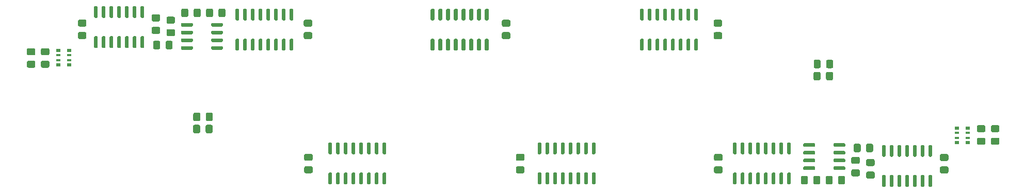
<source format=gbr>
G04 #@! TF.GenerationSoftware,KiCad,Pcbnew,5.1.6+dfsg1-1~bpo10+1*
G04 #@! TF.CreationDate,2020-08-18T06:39:38+03:00*
G04 #@! TF.ProjectId,beam_p,6265616d-5f70-42e6-9b69-6361645f7063,0.0.3*
G04 #@! TF.SameCoordinates,PX6a55ae0PY872eef0*
G04 #@! TF.FileFunction,Paste,Bot*
G04 #@! TF.FilePolarity,Positive*
%FSLAX46Y46*%
G04 Gerber Fmt 4.6, Leading zero omitted, Abs format (unit mm)*
G04 Created by KiCad (PCBNEW 5.1.6+dfsg1-1~bpo10+1) date 2020-08-18 06:39:38*
%MOMM*%
%LPD*%
G01*
G04 APERTURE LIST*
%ADD10R,0.800000X0.500000*%
%ADD11R,0.800000X0.400000*%
G04 APERTURE END LIST*
G36*
G01*
X30675000Y10799999D02*
X30675000Y11700001D01*
G75*
G02*
X30924999Y11950000I249999J0D01*
G01*
X31575001Y11950000D01*
G75*
G02*
X31825000Y11700001I0J-249999D01*
G01*
X31825000Y10799999D01*
G75*
G02*
X31575001Y10550000I-249999J0D01*
G01*
X30924999Y10550000D01*
G75*
G02*
X30675000Y10799999I0J249999D01*
G01*
G37*
G36*
G01*
X28625000Y10799999D02*
X28625000Y11700001D01*
G75*
G02*
X28874999Y11950000I249999J0D01*
G01*
X29525001Y11950000D01*
G75*
G02*
X29775000Y11700001I0J-249999D01*
G01*
X29775000Y10799999D01*
G75*
G02*
X29525001Y10550000I-249999J0D01*
G01*
X28874999Y10550000D01*
G75*
G02*
X28625000Y10799999I0J249999D01*
G01*
G37*
G36*
G01*
X29800000Y13700001D02*
X29800000Y12799999D01*
G75*
G02*
X29550001Y12550000I-249999J0D01*
G01*
X28899999Y12550000D01*
G75*
G02*
X28650000Y12799999I0J249999D01*
G01*
X28650000Y13700001D01*
G75*
G02*
X28899999Y13950000I249999J0D01*
G01*
X29550001Y13950000D01*
G75*
G02*
X29800000Y13700001I0J-249999D01*
G01*
G37*
G36*
G01*
X31850000Y13700001D02*
X31850000Y12799999D01*
G75*
G02*
X31600001Y12550000I-249999J0D01*
G01*
X30949999Y12550000D01*
G75*
G02*
X30700000Y12799999I0J249999D01*
G01*
X30700000Y13700001D01*
G75*
G02*
X30949999Y13950000I249999J0D01*
G01*
X31600001Y13950000D01*
G75*
G02*
X31850000Y13700001I0J-249999D01*
G01*
G37*
G36*
G01*
X139282959Y4247480D02*
X140182961Y4247480D01*
G75*
G02*
X140432960Y3997481I0J-249999D01*
G01*
X140432960Y3347479D01*
G75*
G02*
X140182961Y3097480I-249999J0D01*
G01*
X139282959Y3097480D01*
G75*
G02*
X139032960Y3347479I0J249999D01*
G01*
X139032960Y3997481D01*
G75*
G02*
X139282959Y4247480I249999J0D01*
G01*
G37*
G36*
G01*
X139282959Y6297480D02*
X140182961Y6297480D01*
G75*
G02*
X140432960Y6047481I0J-249999D01*
G01*
X140432960Y5397479D01*
G75*
G02*
X140182961Y5147480I-249999J0D01*
G01*
X139282959Y5147480D01*
G75*
G02*
X139032960Y5397479I0J249999D01*
G01*
X139032960Y6047481D01*
G75*
G02*
X139282959Y6297480I249999J0D01*
G01*
G37*
G36*
G01*
X133527320Y3290741D02*
X133527320Y2390739D01*
G75*
G02*
X133277321Y2140740I-249999J0D01*
G01*
X132627319Y2140740D01*
G75*
G02*
X132377320Y2390739I0J249999D01*
G01*
X132377320Y3290741D01*
G75*
G02*
X132627319Y3540740I249999J0D01*
G01*
X133277321Y3540740D01*
G75*
G02*
X133527320Y3290741I0J-249999D01*
G01*
G37*
G36*
G01*
X135577320Y3290741D02*
X135577320Y2390739D01*
G75*
G02*
X135327321Y2140740I-249999J0D01*
G01*
X134677319Y2140740D01*
G75*
G02*
X134427320Y2390739I0J249999D01*
G01*
X134427320Y3290741D01*
G75*
G02*
X134677319Y3540740I249999J0D01*
G01*
X135327321Y3540740D01*
G75*
G02*
X135577320Y3290741I0J-249999D01*
G01*
G37*
G36*
G01*
X137742021Y5518320D02*
X136842019Y5518320D01*
G75*
G02*
X136592020Y5768319I0J249999D01*
G01*
X136592020Y6418321D01*
G75*
G02*
X136842019Y6668320I249999J0D01*
G01*
X137742021Y6668320D01*
G75*
G02*
X137992020Y6418321I0J-249999D01*
G01*
X137992020Y5768319D01*
G75*
G02*
X137742021Y5518320I-249999J0D01*
G01*
G37*
G36*
G01*
X137742021Y3468320D02*
X136842019Y3468320D01*
G75*
G02*
X136592020Y3718319I0J249999D01*
G01*
X136592020Y4368321D01*
G75*
G02*
X136842019Y4618320I249999J0D01*
G01*
X137742021Y4618320D01*
G75*
G02*
X137992020Y4368321I0J-249999D01*
G01*
X137992020Y3718319D01*
G75*
G02*
X137742021Y3468320I-249999J0D01*
G01*
G37*
G36*
G01*
X160652821Y10722780D02*
X159752819Y10722780D01*
G75*
G02*
X159502820Y10972779I0J249999D01*
G01*
X159502820Y11622781D01*
G75*
G02*
X159752819Y11872780I249999J0D01*
G01*
X160652821Y11872780D01*
G75*
G02*
X160902820Y11622781I0J-249999D01*
G01*
X160902820Y10972779D01*
G75*
G02*
X160652821Y10722780I-249999J0D01*
G01*
G37*
G36*
G01*
X160652821Y8672780D02*
X159752819Y8672780D01*
G75*
G02*
X159502820Y8922779I0J249999D01*
G01*
X159502820Y9572781D01*
G75*
G02*
X159752819Y9822780I249999J0D01*
G01*
X160652821Y9822780D01*
G75*
G02*
X160902820Y9572781I0J-249999D01*
G01*
X160902820Y8922779D01*
G75*
G02*
X160652821Y8672780I-249999J0D01*
G01*
G37*
G36*
G01*
X158346501Y10716540D02*
X157446499Y10716540D01*
G75*
G02*
X157196500Y10966539I0J249999D01*
G01*
X157196500Y11616541D01*
G75*
G02*
X157446499Y11866540I249999J0D01*
G01*
X158346501Y11866540D01*
G75*
G02*
X158596500Y11616541I0J-249999D01*
G01*
X158596500Y10966539D01*
G75*
G02*
X158346501Y10716540I-249999J0D01*
G01*
G37*
G36*
G01*
X158346501Y8666540D02*
X157446499Y8666540D01*
G75*
G02*
X157196500Y8916539I0J249999D01*
G01*
X157196500Y9566541D01*
G75*
G02*
X157446499Y9816540I249999J0D01*
G01*
X158346501Y9816540D01*
G75*
G02*
X158596500Y9566541I0J-249999D01*
G01*
X158596500Y8916539D01*
G75*
G02*
X158346501Y8666540I-249999J0D01*
G01*
G37*
G36*
G01*
X139032340Y7681559D02*
X139032340Y8581561D01*
G75*
G02*
X139282339Y8831560I249999J0D01*
G01*
X139932341Y8831560D01*
G75*
G02*
X140182340Y8581561I0J-249999D01*
G01*
X140182340Y7681559D01*
G75*
G02*
X139932341Y7431560I-249999J0D01*
G01*
X139282339Y7431560D01*
G75*
G02*
X139032340Y7681559I0J249999D01*
G01*
G37*
G36*
G01*
X136982340Y7681559D02*
X136982340Y8581561D01*
G75*
G02*
X137232339Y8831560I249999J0D01*
G01*
X137882341Y8831560D01*
G75*
G02*
X138132340Y8581561I0J-249999D01*
G01*
X138132340Y7681559D01*
G75*
G02*
X137882341Y7431560I-249999J0D01*
G01*
X137232339Y7431560D01*
G75*
G02*
X136982340Y7681559I0J249999D01*
G01*
G37*
G36*
G01*
X114332539Y5116160D02*
X115232541Y5116160D01*
G75*
G02*
X115482540Y4866161I0J-249999D01*
G01*
X115482540Y4216159D01*
G75*
G02*
X115232541Y3966160I-249999J0D01*
G01*
X114332539Y3966160D01*
G75*
G02*
X114082540Y4216159I0J249999D01*
G01*
X114082540Y4866161D01*
G75*
G02*
X114332539Y5116160I249999J0D01*
G01*
G37*
G36*
G01*
X114332539Y7166160D02*
X115232541Y7166160D01*
G75*
G02*
X115482540Y6916161I0J-249999D01*
G01*
X115482540Y6266159D01*
G75*
G02*
X115232541Y6016160I-249999J0D01*
G01*
X114332539Y6016160D01*
G75*
G02*
X114082540Y6266159I0J249999D01*
G01*
X114082540Y6916161D01*
G75*
G02*
X114332539Y7166160I249999J0D01*
G01*
G37*
G36*
G01*
X81831719Y5116160D02*
X82731721Y5116160D01*
G75*
G02*
X82981720Y4866161I0J-249999D01*
G01*
X82981720Y4216159D01*
G75*
G02*
X82731721Y3966160I-249999J0D01*
G01*
X81831719Y3966160D01*
G75*
G02*
X81581720Y4216159I0J249999D01*
G01*
X81581720Y4866161D01*
G75*
G02*
X81831719Y5116160I249999J0D01*
G01*
G37*
G36*
G01*
X81831719Y7166160D02*
X82731721Y7166160D01*
G75*
G02*
X82981720Y6916161I0J-249999D01*
G01*
X82981720Y6266159D01*
G75*
G02*
X82731721Y6016160I-249999J0D01*
G01*
X81831719Y6016160D01*
G75*
G02*
X81581720Y6266159I0J249999D01*
G01*
X81581720Y6916161D01*
G75*
G02*
X81831719Y7166160I249999J0D01*
G01*
G37*
G36*
G01*
X152273361Y5988220D02*
X151373359Y5988220D01*
G75*
G02*
X151123360Y6238219I0J249999D01*
G01*
X151123360Y6888221D01*
G75*
G02*
X151373359Y7138220I249999J0D01*
G01*
X152273361Y7138220D01*
G75*
G02*
X152523360Y6888221I0J-249999D01*
G01*
X152523360Y6238219D01*
G75*
G02*
X152273361Y5988220I-249999J0D01*
G01*
G37*
G36*
G01*
X152273361Y3938220D02*
X151373359Y3938220D01*
G75*
G02*
X151123360Y4188219I0J249999D01*
G01*
X151123360Y4838221D01*
G75*
G02*
X151373359Y5088220I249999J0D01*
G01*
X152273361Y5088220D01*
G75*
G02*
X152523360Y4838221I0J-249999D01*
G01*
X152523360Y4188219D01*
G75*
G02*
X152273361Y3938220I-249999J0D01*
G01*
G37*
G36*
G01*
X47092139Y5116160D02*
X47992141Y5116160D01*
G75*
G02*
X48242140Y4866161I0J-249999D01*
G01*
X48242140Y4216159D01*
G75*
G02*
X47992141Y3966160I-249999J0D01*
G01*
X47092139Y3966160D01*
G75*
G02*
X46842140Y4216159I0J249999D01*
G01*
X46842140Y4866161D01*
G75*
G02*
X47092139Y5116160I249999J0D01*
G01*
G37*
G36*
G01*
X47092139Y7166160D02*
X47992141Y7166160D01*
G75*
G02*
X48242140Y6916161I0J-249999D01*
G01*
X48242140Y6266159D01*
G75*
G02*
X47992141Y6016160I-249999J0D01*
G01*
X47092139Y6016160D01*
G75*
G02*
X46842140Y6266159I0J249999D01*
G01*
X46842140Y6916161D01*
G75*
G02*
X47092139Y7166160I249999J0D01*
G01*
G37*
G36*
G01*
X129460780Y3290741D02*
X129460780Y2390739D01*
G75*
G02*
X129210781Y2140740I-249999J0D01*
G01*
X128560779Y2140740D01*
G75*
G02*
X128310780Y2390739I0J249999D01*
G01*
X128310780Y3290741D01*
G75*
G02*
X128560779Y3540740I249999J0D01*
G01*
X129210781Y3540740D01*
G75*
G02*
X129460780Y3290741I0J-249999D01*
G01*
G37*
G36*
G01*
X131510780Y3290741D02*
X131510780Y2390739D01*
G75*
G02*
X131260781Y2140740I-249999J0D01*
G01*
X130610779Y2140740D01*
G75*
G02*
X130360780Y2390739I0J249999D01*
G01*
X130360780Y3290741D01*
G75*
G02*
X130610779Y3540740I249999J0D01*
G01*
X131260781Y3540740D01*
G75*
G02*
X131510780Y3290741I0J-249999D01*
G01*
G37*
G36*
G01*
X85310780Y9046640D02*
X85610780Y9046640D01*
G75*
G02*
X85760780Y8896640I0J-150000D01*
G01*
X85760780Y7246640D01*
G75*
G02*
X85610780Y7096640I-150000J0D01*
G01*
X85310780Y7096640D01*
G75*
G02*
X85160780Y7246640I0J150000D01*
G01*
X85160780Y8896640D01*
G75*
G02*
X85310780Y9046640I150000J0D01*
G01*
G37*
G36*
G01*
X86580780Y9046640D02*
X86880780Y9046640D01*
G75*
G02*
X87030780Y8896640I0J-150000D01*
G01*
X87030780Y7246640D01*
G75*
G02*
X86880780Y7096640I-150000J0D01*
G01*
X86580780Y7096640D01*
G75*
G02*
X86430780Y7246640I0J150000D01*
G01*
X86430780Y8896640D01*
G75*
G02*
X86580780Y9046640I150000J0D01*
G01*
G37*
G36*
G01*
X87850780Y9046640D02*
X88150780Y9046640D01*
G75*
G02*
X88300780Y8896640I0J-150000D01*
G01*
X88300780Y7246640D01*
G75*
G02*
X88150780Y7096640I-150000J0D01*
G01*
X87850780Y7096640D01*
G75*
G02*
X87700780Y7246640I0J150000D01*
G01*
X87700780Y8896640D01*
G75*
G02*
X87850780Y9046640I150000J0D01*
G01*
G37*
G36*
G01*
X89120780Y9046640D02*
X89420780Y9046640D01*
G75*
G02*
X89570780Y8896640I0J-150000D01*
G01*
X89570780Y7246640D01*
G75*
G02*
X89420780Y7096640I-150000J0D01*
G01*
X89120780Y7096640D01*
G75*
G02*
X88970780Y7246640I0J150000D01*
G01*
X88970780Y8896640D01*
G75*
G02*
X89120780Y9046640I150000J0D01*
G01*
G37*
G36*
G01*
X90390780Y9046640D02*
X90690780Y9046640D01*
G75*
G02*
X90840780Y8896640I0J-150000D01*
G01*
X90840780Y7246640D01*
G75*
G02*
X90690780Y7096640I-150000J0D01*
G01*
X90390780Y7096640D01*
G75*
G02*
X90240780Y7246640I0J150000D01*
G01*
X90240780Y8896640D01*
G75*
G02*
X90390780Y9046640I150000J0D01*
G01*
G37*
G36*
G01*
X91660780Y9046640D02*
X91960780Y9046640D01*
G75*
G02*
X92110780Y8896640I0J-150000D01*
G01*
X92110780Y7246640D01*
G75*
G02*
X91960780Y7096640I-150000J0D01*
G01*
X91660780Y7096640D01*
G75*
G02*
X91510780Y7246640I0J150000D01*
G01*
X91510780Y8896640D01*
G75*
G02*
X91660780Y9046640I150000J0D01*
G01*
G37*
G36*
G01*
X92930780Y9046640D02*
X93230780Y9046640D01*
G75*
G02*
X93380780Y8896640I0J-150000D01*
G01*
X93380780Y7246640D01*
G75*
G02*
X93230780Y7096640I-150000J0D01*
G01*
X92930780Y7096640D01*
G75*
G02*
X92780780Y7246640I0J150000D01*
G01*
X92780780Y8896640D01*
G75*
G02*
X92930780Y9046640I150000J0D01*
G01*
G37*
G36*
G01*
X94200780Y9046640D02*
X94500780Y9046640D01*
G75*
G02*
X94650780Y8896640I0J-150000D01*
G01*
X94650780Y7246640D01*
G75*
G02*
X94500780Y7096640I-150000J0D01*
G01*
X94200780Y7096640D01*
G75*
G02*
X94050780Y7246640I0J150000D01*
G01*
X94050780Y8896640D01*
G75*
G02*
X94200780Y9046640I150000J0D01*
G01*
G37*
G36*
G01*
X94200780Y4096640D02*
X94500780Y4096640D01*
G75*
G02*
X94650780Y3946640I0J-150000D01*
G01*
X94650780Y2296640D01*
G75*
G02*
X94500780Y2146640I-150000J0D01*
G01*
X94200780Y2146640D01*
G75*
G02*
X94050780Y2296640I0J150000D01*
G01*
X94050780Y3946640D01*
G75*
G02*
X94200780Y4096640I150000J0D01*
G01*
G37*
G36*
G01*
X92930780Y4096640D02*
X93230780Y4096640D01*
G75*
G02*
X93380780Y3946640I0J-150000D01*
G01*
X93380780Y2296640D01*
G75*
G02*
X93230780Y2146640I-150000J0D01*
G01*
X92930780Y2146640D01*
G75*
G02*
X92780780Y2296640I0J150000D01*
G01*
X92780780Y3946640D01*
G75*
G02*
X92930780Y4096640I150000J0D01*
G01*
G37*
G36*
G01*
X91660780Y4096640D02*
X91960780Y4096640D01*
G75*
G02*
X92110780Y3946640I0J-150000D01*
G01*
X92110780Y2296640D01*
G75*
G02*
X91960780Y2146640I-150000J0D01*
G01*
X91660780Y2146640D01*
G75*
G02*
X91510780Y2296640I0J150000D01*
G01*
X91510780Y3946640D01*
G75*
G02*
X91660780Y4096640I150000J0D01*
G01*
G37*
G36*
G01*
X90390780Y4096640D02*
X90690780Y4096640D01*
G75*
G02*
X90840780Y3946640I0J-150000D01*
G01*
X90840780Y2296640D01*
G75*
G02*
X90690780Y2146640I-150000J0D01*
G01*
X90390780Y2146640D01*
G75*
G02*
X90240780Y2296640I0J150000D01*
G01*
X90240780Y3946640D01*
G75*
G02*
X90390780Y4096640I150000J0D01*
G01*
G37*
G36*
G01*
X89120780Y4096640D02*
X89420780Y4096640D01*
G75*
G02*
X89570780Y3946640I0J-150000D01*
G01*
X89570780Y2296640D01*
G75*
G02*
X89420780Y2146640I-150000J0D01*
G01*
X89120780Y2146640D01*
G75*
G02*
X88970780Y2296640I0J150000D01*
G01*
X88970780Y3946640D01*
G75*
G02*
X89120780Y4096640I150000J0D01*
G01*
G37*
G36*
G01*
X87850780Y4096640D02*
X88150780Y4096640D01*
G75*
G02*
X88300780Y3946640I0J-150000D01*
G01*
X88300780Y2296640D01*
G75*
G02*
X88150780Y2146640I-150000J0D01*
G01*
X87850780Y2146640D01*
G75*
G02*
X87700780Y2296640I0J150000D01*
G01*
X87700780Y3946640D01*
G75*
G02*
X87850780Y4096640I150000J0D01*
G01*
G37*
G36*
G01*
X86580780Y4096640D02*
X86880780Y4096640D01*
G75*
G02*
X87030780Y3946640I0J-150000D01*
G01*
X87030780Y2296640D01*
G75*
G02*
X86880780Y2146640I-150000J0D01*
G01*
X86580780Y2146640D01*
G75*
G02*
X86430780Y2296640I0J150000D01*
G01*
X86430780Y3946640D01*
G75*
G02*
X86580780Y4096640I150000J0D01*
G01*
G37*
G36*
G01*
X85310780Y4096640D02*
X85610780Y4096640D01*
G75*
G02*
X85760780Y3946640I0J-150000D01*
G01*
X85760780Y2296640D01*
G75*
G02*
X85610780Y2146640I-150000J0D01*
G01*
X85310780Y2146640D01*
G75*
G02*
X85160780Y2296640I0J150000D01*
G01*
X85160780Y3946640D01*
G75*
G02*
X85310780Y4096640I150000J0D01*
G01*
G37*
D10*
X153930720Y9011820D03*
D11*
X153930720Y9811820D03*
D10*
X153930720Y11411820D03*
D11*
X153930720Y10611820D03*
D10*
X155730720Y9011820D03*
D11*
X155730720Y10611820D03*
X155730720Y9811820D03*
D10*
X155730720Y11411820D03*
G36*
G01*
X133671380Y4651620D02*
X133671380Y4951620D01*
G75*
G02*
X133821380Y5101620I150000J0D01*
G01*
X135471380Y5101620D01*
G75*
G02*
X135621380Y4951620I0J-150000D01*
G01*
X135621380Y4651620D01*
G75*
G02*
X135471380Y4501620I-150000J0D01*
G01*
X133821380Y4501620D01*
G75*
G02*
X133671380Y4651620I0J150000D01*
G01*
G37*
G36*
G01*
X133671380Y5921620D02*
X133671380Y6221620D01*
G75*
G02*
X133821380Y6371620I150000J0D01*
G01*
X135471380Y6371620D01*
G75*
G02*
X135621380Y6221620I0J-150000D01*
G01*
X135621380Y5921620D01*
G75*
G02*
X135471380Y5771620I-150000J0D01*
G01*
X133821380Y5771620D01*
G75*
G02*
X133671380Y5921620I0J150000D01*
G01*
G37*
G36*
G01*
X133671380Y7191620D02*
X133671380Y7491620D01*
G75*
G02*
X133821380Y7641620I150000J0D01*
G01*
X135471380Y7641620D01*
G75*
G02*
X135621380Y7491620I0J-150000D01*
G01*
X135621380Y7191620D01*
G75*
G02*
X135471380Y7041620I-150000J0D01*
G01*
X133821380Y7041620D01*
G75*
G02*
X133671380Y7191620I0J150000D01*
G01*
G37*
G36*
G01*
X133671380Y8461620D02*
X133671380Y8761620D01*
G75*
G02*
X133821380Y8911620I150000J0D01*
G01*
X135471380Y8911620D01*
G75*
G02*
X135621380Y8761620I0J-150000D01*
G01*
X135621380Y8461620D01*
G75*
G02*
X135471380Y8311620I-150000J0D01*
G01*
X133821380Y8311620D01*
G75*
G02*
X133671380Y8461620I0J150000D01*
G01*
G37*
G36*
G01*
X128721380Y8461620D02*
X128721380Y8761620D01*
G75*
G02*
X128871380Y8911620I150000J0D01*
G01*
X130521380Y8911620D01*
G75*
G02*
X130671380Y8761620I0J-150000D01*
G01*
X130671380Y8461620D01*
G75*
G02*
X130521380Y8311620I-150000J0D01*
G01*
X128871380Y8311620D01*
G75*
G02*
X128721380Y8461620I0J150000D01*
G01*
G37*
G36*
G01*
X128721380Y7191620D02*
X128721380Y7491620D01*
G75*
G02*
X128871380Y7641620I150000J0D01*
G01*
X130521380Y7641620D01*
G75*
G02*
X130671380Y7491620I0J-150000D01*
G01*
X130671380Y7191620D01*
G75*
G02*
X130521380Y7041620I-150000J0D01*
G01*
X128871380Y7041620D01*
G75*
G02*
X128721380Y7191620I0J150000D01*
G01*
G37*
G36*
G01*
X128721380Y5921620D02*
X128721380Y6221620D01*
G75*
G02*
X128871380Y6371620I150000J0D01*
G01*
X130521380Y6371620D01*
G75*
G02*
X130671380Y6221620I0J-150000D01*
G01*
X130671380Y5921620D01*
G75*
G02*
X130521380Y5771620I-150000J0D01*
G01*
X128871380Y5771620D01*
G75*
G02*
X128721380Y5921620I0J150000D01*
G01*
G37*
G36*
G01*
X128721380Y4651620D02*
X128721380Y4951620D01*
G75*
G02*
X128871380Y5101620I150000J0D01*
G01*
X130521380Y5101620D01*
G75*
G02*
X130671380Y4951620I0J-150000D01*
G01*
X130671380Y4651620D01*
G75*
G02*
X130521380Y4501620I-150000J0D01*
G01*
X128871380Y4501620D01*
G75*
G02*
X128721380Y4651620I0J150000D01*
G01*
G37*
G36*
G01*
X117342720Y4096640D02*
X117642720Y4096640D01*
G75*
G02*
X117792720Y3946640I0J-150000D01*
G01*
X117792720Y2296640D01*
G75*
G02*
X117642720Y2146640I-150000J0D01*
G01*
X117342720Y2146640D01*
G75*
G02*
X117192720Y2296640I0J150000D01*
G01*
X117192720Y3946640D01*
G75*
G02*
X117342720Y4096640I150000J0D01*
G01*
G37*
G36*
G01*
X118612720Y4096640D02*
X118912720Y4096640D01*
G75*
G02*
X119062720Y3946640I0J-150000D01*
G01*
X119062720Y2296640D01*
G75*
G02*
X118912720Y2146640I-150000J0D01*
G01*
X118612720Y2146640D01*
G75*
G02*
X118462720Y2296640I0J150000D01*
G01*
X118462720Y3946640D01*
G75*
G02*
X118612720Y4096640I150000J0D01*
G01*
G37*
G36*
G01*
X119882720Y4096640D02*
X120182720Y4096640D01*
G75*
G02*
X120332720Y3946640I0J-150000D01*
G01*
X120332720Y2296640D01*
G75*
G02*
X120182720Y2146640I-150000J0D01*
G01*
X119882720Y2146640D01*
G75*
G02*
X119732720Y2296640I0J150000D01*
G01*
X119732720Y3946640D01*
G75*
G02*
X119882720Y4096640I150000J0D01*
G01*
G37*
G36*
G01*
X121152720Y4096640D02*
X121452720Y4096640D01*
G75*
G02*
X121602720Y3946640I0J-150000D01*
G01*
X121602720Y2296640D01*
G75*
G02*
X121452720Y2146640I-150000J0D01*
G01*
X121152720Y2146640D01*
G75*
G02*
X121002720Y2296640I0J150000D01*
G01*
X121002720Y3946640D01*
G75*
G02*
X121152720Y4096640I150000J0D01*
G01*
G37*
G36*
G01*
X122422720Y4096640D02*
X122722720Y4096640D01*
G75*
G02*
X122872720Y3946640I0J-150000D01*
G01*
X122872720Y2296640D01*
G75*
G02*
X122722720Y2146640I-150000J0D01*
G01*
X122422720Y2146640D01*
G75*
G02*
X122272720Y2296640I0J150000D01*
G01*
X122272720Y3946640D01*
G75*
G02*
X122422720Y4096640I150000J0D01*
G01*
G37*
G36*
G01*
X123692720Y4096640D02*
X123992720Y4096640D01*
G75*
G02*
X124142720Y3946640I0J-150000D01*
G01*
X124142720Y2296640D01*
G75*
G02*
X123992720Y2146640I-150000J0D01*
G01*
X123692720Y2146640D01*
G75*
G02*
X123542720Y2296640I0J150000D01*
G01*
X123542720Y3946640D01*
G75*
G02*
X123692720Y4096640I150000J0D01*
G01*
G37*
G36*
G01*
X124962720Y4096640D02*
X125262720Y4096640D01*
G75*
G02*
X125412720Y3946640I0J-150000D01*
G01*
X125412720Y2296640D01*
G75*
G02*
X125262720Y2146640I-150000J0D01*
G01*
X124962720Y2146640D01*
G75*
G02*
X124812720Y2296640I0J150000D01*
G01*
X124812720Y3946640D01*
G75*
G02*
X124962720Y4096640I150000J0D01*
G01*
G37*
G36*
G01*
X126232720Y4096640D02*
X126532720Y4096640D01*
G75*
G02*
X126682720Y3946640I0J-150000D01*
G01*
X126682720Y2296640D01*
G75*
G02*
X126532720Y2146640I-150000J0D01*
G01*
X126232720Y2146640D01*
G75*
G02*
X126082720Y2296640I0J150000D01*
G01*
X126082720Y3946640D01*
G75*
G02*
X126232720Y4096640I150000J0D01*
G01*
G37*
G36*
G01*
X126232720Y9046640D02*
X126532720Y9046640D01*
G75*
G02*
X126682720Y8896640I0J-150000D01*
G01*
X126682720Y7246640D01*
G75*
G02*
X126532720Y7096640I-150000J0D01*
G01*
X126232720Y7096640D01*
G75*
G02*
X126082720Y7246640I0J150000D01*
G01*
X126082720Y8896640D01*
G75*
G02*
X126232720Y9046640I150000J0D01*
G01*
G37*
G36*
G01*
X124962720Y9046640D02*
X125262720Y9046640D01*
G75*
G02*
X125412720Y8896640I0J-150000D01*
G01*
X125412720Y7246640D01*
G75*
G02*
X125262720Y7096640I-150000J0D01*
G01*
X124962720Y7096640D01*
G75*
G02*
X124812720Y7246640I0J150000D01*
G01*
X124812720Y8896640D01*
G75*
G02*
X124962720Y9046640I150000J0D01*
G01*
G37*
G36*
G01*
X123692720Y9046640D02*
X123992720Y9046640D01*
G75*
G02*
X124142720Y8896640I0J-150000D01*
G01*
X124142720Y7246640D01*
G75*
G02*
X123992720Y7096640I-150000J0D01*
G01*
X123692720Y7096640D01*
G75*
G02*
X123542720Y7246640I0J150000D01*
G01*
X123542720Y8896640D01*
G75*
G02*
X123692720Y9046640I150000J0D01*
G01*
G37*
G36*
G01*
X122422720Y9046640D02*
X122722720Y9046640D01*
G75*
G02*
X122872720Y8896640I0J-150000D01*
G01*
X122872720Y7246640D01*
G75*
G02*
X122722720Y7096640I-150000J0D01*
G01*
X122422720Y7096640D01*
G75*
G02*
X122272720Y7246640I0J150000D01*
G01*
X122272720Y8896640D01*
G75*
G02*
X122422720Y9046640I150000J0D01*
G01*
G37*
G36*
G01*
X121152720Y9046640D02*
X121452720Y9046640D01*
G75*
G02*
X121602720Y8896640I0J-150000D01*
G01*
X121602720Y7246640D01*
G75*
G02*
X121452720Y7096640I-150000J0D01*
G01*
X121152720Y7096640D01*
G75*
G02*
X121002720Y7246640I0J150000D01*
G01*
X121002720Y8896640D01*
G75*
G02*
X121152720Y9046640I150000J0D01*
G01*
G37*
G36*
G01*
X119882720Y9046640D02*
X120182720Y9046640D01*
G75*
G02*
X120332720Y8896640I0J-150000D01*
G01*
X120332720Y7246640D01*
G75*
G02*
X120182720Y7096640I-150000J0D01*
G01*
X119882720Y7096640D01*
G75*
G02*
X119732720Y7246640I0J150000D01*
G01*
X119732720Y8896640D01*
G75*
G02*
X119882720Y9046640I150000J0D01*
G01*
G37*
G36*
G01*
X118612720Y9046640D02*
X118912720Y9046640D01*
G75*
G02*
X119062720Y8896640I0J-150000D01*
G01*
X119062720Y7246640D01*
G75*
G02*
X118912720Y7096640I-150000J0D01*
G01*
X118612720Y7096640D01*
G75*
G02*
X118462720Y7246640I0J150000D01*
G01*
X118462720Y8896640D01*
G75*
G02*
X118612720Y9046640I150000J0D01*
G01*
G37*
G36*
G01*
X117342720Y9046640D02*
X117642720Y9046640D01*
G75*
G02*
X117792720Y8896640I0J-150000D01*
G01*
X117792720Y7246640D01*
G75*
G02*
X117642720Y7096640I-150000J0D01*
G01*
X117342720Y7096640D01*
G75*
G02*
X117192720Y7246640I0J150000D01*
G01*
X117192720Y8896640D01*
G75*
G02*
X117342720Y9046640I150000J0D01*
G01*
G37*
G36*
G01*
X141792760Y8630080D02*
X142092760Y8630080D01*
G75*
G02*
X142242760Y8480080I0J-150000D01*
G01*
X142242760Y6830080D01*
G75*
G02*
X142092760Y6680080I-150000J0D01*
G01*
X141792760Y6680080D01*
G75*
G02*
X141642760Y6830080I0J150000D01*
G01*
X141642760Y8480080D01*
G75*
G02*
X141792760Y8630080I150000J0D01*
G01*
G37*
G36*
G01*
X143062760Y8630080D02*
X143362760Y8630080D01*
G75*
G02*
X143512760Y8480080I0J-150000D01*
G01*
X143512760Y6830080D01*
G75*
G02*
X143362760Y6680080I-150000J0D01*
G01*
X143062760Y6680080D01*
G75*
G02*
X142912760Y6830080I0J150000D01*
G01*
X142912760Y8480080D01*
G75*
G02*
X143062760Y8630080I150000J0D01*
G01*
G37*
G36*
G01*
X144332760Y8630080D02*
X144632760Y8630080D01*
G75*
G02*
X144782760Y8480080I0J-150000D01*
G01*
X144782760Y6830080D01*
G75*
G02*
X144632760Y6680080I-150000J0D01*
G01*
X144332760Y6680080D01*
G75*
G02*
X144182760Y6830080I0J150000D01*
G01*
X144182760Y8480080D01*
G75*
G02*
X144332760Y8630080I150000J0D01*
G01*
G37*
G36*
G01*
X145602760Y8630080D02*
X145902760Y8630080D01*
G75*
G02*
X146052760Y8480080I0J-150000D01*
G01*
X146052760Y6830080D01*
G75*
G02*
X145902760Y6680080I-150000J0D01*
G01*
X145602760Y6680080D01*
G75*
G02*
X145452760Y6830080I0J150000D01*
G01*
X145452760Y8480080D01*
G75*
G02*
X145602760Y8630080I150000J0D01*
G01*
G37*
G36*
G01*
X146872760Y8630080D02*
X147172760Y8630080D01*
G75*
G02*
X147322760Y8480080I0J-150000D01*
G01*
X147322760Y6830080D01*
G75*
G02*
X147172760Y6680080I-150000J0D01*
G01*
X146872760Y6680080D01*
G75*
G02*
X146722760Y6830080I0J150000D01*
G01*
X146722760Y8480080D01*
G75*
G02*
X146872760Y8630080I150000J0D01*
G01*
G37*
G36*
G01*
X148142760Y8630080D02*
X148442760Y8630080D01*
G75*
G02*
X148592760Y8480080I0J-150000D01*
G01*
X148592760Y6830080D01*
G75*
G02*
X148442760Y6680080I-150000J0D01*
G01*
X148142760Y6680080D01*
G75*
G02*
X147992760Y6830080I0J150000D01*
G01*
X147992760Y8480080D01*
G75*
G02*
X148142760Y8630080I150000J0D01*
G01*
G37*
G36*
G01*
X149412760Y8630080D02*
X149712760Y8630080D01*
G75*
G02*
X149862760Y8480080I0J-150000D01*
G01*
X149862760Y6830080D01*
G75*
G02*
X149712760Y6680080I-150000J0D01*
G01*
X149412760Y6680080D01*
G75*
G02*
X149262760Y6830080I0J150000D01*
G01*
X149262760Y8480080D01*
G75*
G02*
X149412760Y8630080I150000J0D01*
G01*
G37*
G36*
G01*
X149412760Y3680080D02*
X149712760Y3680080D01*
G75*
G02*
X149862760Y3530080I0J-150000D01*
G01*
X149862760Y1880080D01*
G75*
G02*
X149712760Y1730080I-150000J0D01*
G01*
X149412760Y1730080D01*
G75*
G02*
X149262760Y1880080I0J150000D01*
G01*
X149262760Y3530080D01*
G75*
G02*
X149412760Y3680080I150000J0D01*
G01*
G37*
G36*
G01*
X148142760Y3680080D02*
X148442760Y3680080D01*
G75*
G02*
X148592760Y3530080I0J-150000D01*
G01*
X148592760Y1880080D01*
G75*
G02*
X148442760Y1730080I-150000J0D01*
G01*
X148142760Y1730080D01*
G75*
G02*
X147992760Y1880080I0J150000D01*
G01*
X147992760Y3530080D01*
G75*
G02*
X148142760Y3680080I150000J0D01*
G01*
G37*
G36*
G01*
X146872760Y3680080D02*
X147172760Y3680080D01*
G75*
G02*
X147322760Y3530080I0J-150000D01*
G01*
X147322760Y1880080D01*
G75*
G02*
X147172760Y1730080I-150000J0D01*
G01*
X146872760Y1730080D01*
G75*
G02*
X146722760Y1880080I0J150000D01*
G01*
X146722760Y3530080D01*
G75*
G02*
X146872760Y3680080I150000J0D01*
G01*
G37*
G36*
G01*
X145602760Y3680080D02*
X145902760Y3680080D01*
G75*
G02*
X146052760Y3530080I0J-150000D01*
G01*
X146052760Y1880080D01*
G75*
G02*
X145902760Y1730080I-150000J0D01*
G01*
X145602760Y1730080D01*
G75*
G02*
X145452760Y1880080I0J150000D01*
G01*
X145452760Y3530080D01*
G75*
G02*
X145602760Y3680080I150000J0D01*
G01*
G37*
G36*
G01*
X144332760Y3680080D02*
X144632760Y3680080D01*
G75*
G02*
X144782760Y3530080I0J-150000D01*
G01*
X144782760Y1880080D01*
G75*
G02*
X144632760Y1730080I-150000J0D01*
G01*
X144332760Y1730080D01*
G75*
G02*
X144182760Y1880080I0J150000D01*
G01*
X144182760Y3530080D01*
G75*
G02*
X144332760Y3680080I150000J0D01*
G01*
G37*
G36*
G01*
X143062760Y3680080D02*
X143362760Y3680080D01*
G75*
G02*
X143512760Y3530080I0J-150000D01*
G01*
X143512760Y1880080D01*
G75*
G02*
X143362760Y1730080I-150000J0D01*
G01*
X143062760Y1730080D01*
G75*
G02*
X142912760Y1880080I0J150000D01*
G01*
X142912760Y3530080D01*
G75*
G02*
X143062760Y3680080I150000J0D01*
G01*
G37*
G36*
G01*
X141792760Y3680080D02*
X142092760Y3680080D01*
G75*
G02*
X142242760Y3530080I0J-150000D01*
G01*
X142242760Y1880080D01*
G75*
G02*
X142092760Y1730080I-150000J0D01*
G01*
X141792760Y1730080D01*
G75*
G02*
X141642760Y1880080I0J150000D01*
G01*
X141642760Y3530080D01*
G75*
G02*
X141792760Y3680080I150000J0D01*
G01*
G37*
G36*
G01*
X50964900Y4096640D02*
X51264900Y4096640D01*
G75*
G02*
X51414900Y3946640I0J-150000D01*
G01*
X51414900Y2296640D01*
G75*
G02*
X51264900Y2146640I-150000J0D01*
G01*
X50964900Y2146640D01*
G75*
G02*
X50814900Y2296640I0J150000D01*
G01*
X50814900Y3946640D01*
G75*
G02*
X50964900Y4096640I150000J0D01*
G01*
G37*
G36*
G01*
X52234900Y4096640D02*
X52534900Y4096640D01*
G75*
G02*
X52684900Y3946640I0J-150000D01*
G01*
X52684900Y2296640D01*
G75*
G02*
X52534900Y2146640I-150000J0D01*
G01*
X52234900Y2146640D01*
G75*
G02*
X52084900Y2296640I0J150000D01*
G01*
X52084900Y3946640D01*
G75*
G02*
X52234900Y4096640I150000J0D01*
G01*
G37*
G36*
G01*
X53504900Y4096640D02*
X53804900Y4096640D01*
G75*
G02*
X53954900Y3946640I0J-150000D01*
G01*
X53954900Y2296640D01*
G75*
G02*
X53804900Y2146640I-150000J0D01*
G01*
X53504900Y2146640D01*
G75*
G02*
X53354900Y2296640I0J150000D01*
G01*
X53354900Y3946640D01*
G75*
G02*
X53504900Y4096640I150000J0D01*
G01*
G37*
G36*
G01*
X54774900Y4096640D02*
X55074900Y4096640D01*
G75*
G02*
X55224900Y3946640I0J-150000D01*
G01*
X55224900Y2296640D01*
G75*
G02*
X55074900Y2146640I-150000J0D01*
G01*
X54774900Y2146640D01*
G75*
G02*
X54624900Y2296640I0J150000D01*
G01*
X54624900Y3946640D01*
G75*
G02*
X54774900Y4096640I150000J0D01*
G01*
G37*
G36*
G01*
X56044900Y4096640D02*
X56344900Y4096640D01*
G75*
G02*
X56494900Y3946640I0J-150000D01*
G01*
X56494900Y2296640D01*
G75*
G02*
X56344900Y2146640I-150000J0D01*
G01*
X56044900Y2146640D01*
G75*
G02*
X55894900Y2296640I0J150000D01*
G01*
X55894900Y3946640D01*
G75*
G02*
X56044900Y4096640I150000J0D01*
G01*
G37*
G36*
G01*
X57314900Y4096640D02*
X57614900Y4096640D01*
G75*
G02*
X57764900Y3946640I0J-150000D01*
G01*
X57764900Y2296640D01*
G75*
G02*
X57614900Y2146640I-150000J0D01*
G01*
X57314900Y2146640D01*
G75*
G02*
X57164900Y2296640I0J150000D01*
G01*
X57164900Y3946640D01*
G75*
G02*
X57314900Y4096640I150000J0D01*
G01*
G37*
G36*
G01*
X58584900Y4096640D02*
X58884900Y4096640D01*
G75*
G02*
X59034900Y3946640I0J-150000D01*
G01*
X59034900Y2296640D01*
G75*
G02*
X58884900Y2146640I-150000J0D01*
G01*
X58584900Y2146640D01*
G75*
G02*
X58434900Y2296640I0J150000D01*
G01*
X58434900Y3946640D01*
G75*
G02*
X58584900Y4096640I150000J0D01*
G01*
G37*
G36*
G01*
X59854900Y4096640D02*
X60154900Y4096640D01*
G75*
G02*
X60304900Y3946640I0J-150000D01*
G01*
X60304900Y2296640D01*
G75*
G02*
X60154900Y2146640I-150000J0D01*
G01*
X59854900Y2146640D01*
G75*
G02*
X59704900Y2296640I0J150000D01*
G01*
X59704900Y3946640D01*
G75*
G02*
X59854900Y4096640I150000J0D01*
G01*
G37*
G36*
G01*
X59854900Y9046640D02*
X60154900Y9046640D01*
G75*
G02*
X60304900Y8896640I0J-150000D01*
G01*
X60304900Y7246640D01*
G75*
G02*
X60154900Y7096640I-150000J0D01*
G01*
X59854900Y7096640D01*
G75*
G02*
X59704900Y7246640I0J150000D01*
G01*
X59704900Y8896640D01*
G75*
G02*
X59854900Y9046640I150000J0D01*
G01*
G37*
G36*
G01*
X58584900Y9046640D02*
X58884900Y9046640D01*
G75*
G02*
X59034900Y8896640I0J-150000D01*
G01*
X59034900Y7246640D01*
G75*
G02*
X58884900Y7096640I-150000J0D01*
G01*
X58584900Y7096640D01*
G75*
G02*
X58434900Y7246640I0J150000D01*
G01*
X58434900Y8896640D01*
G75*
G02*
X58584900Y9046640I150000J0D01*
G01*
G37*
G36*
G01*
X57314900Y9046640D02*
X57614900Y9046640D01*
G75*
G02*
X57764900Y8896640I0J-150000D01*
G01*
X57764900Y7246640D01*
G75*
G02*
X57614900Y7096640I-150000J0D01*
G01*
X57314900Y7096640D01*
G75*
G02*
X57164900Y7246640I0J150000D01*
G01*
X57164900Y8896640D01*
G75*
G02*
X57314900Y9046640I150000J0D01*
G01*
G37*
G36*
G01*
X56044900Y9046640D02*
X56344900Y9046640D01*
G75*
G02*
X56494900Y8896640I0J-150000D01*
G01*
X56494900Y7246640D01*
G75*
G02*
X56344900Y7096640I-150000J0D01*
G01*
X56044900Y7096640D01*
G75*
G02*
X55894900Y7246640I0J150000D01*
G01*
X55894900Y8896640D01*
G75*
G02*
X56044900Y9046640I150000J0D01*
G01*
G37*
G36*
G01*
X54774900Y9046640D02*
X55074900Y9046640D01*
G75*
G02*
X55224900Y8896640I0J-150000D01*
G01*
X55224900Y7246640D01*
G75*
G02*
X55074900Y7096640I-150000J0D01*
G01*
X54774900Y7096640D01*
G75*
G02*
X54624900Y7246640I0J150000D01*
G01*
X54624900Y8896640D01*
G75*
G02*
X54774900Y9046640I150000J0D01*
G01*
G37*
G36*
G01*
X53504900Y9046640D02*
X53804900Y9046640D01*
G75*
G02*
X53954900Y8896640I0J-150000D01*
G01*
X53954900Y7246640D01*
G75*
G02*
X53804900Y7096640I-150000J0D01*
G01*
X53504900Y7096640D01*
G75*
G02*
X53354900Y7246640I0J150000D01*
G01*
X53354900Y8896640D01*
G75*
G02*
X53504900Y9046640I150000J0D01*
G01*
G37*
G36*
G01*
X52234900Y9046640D02*
X52534900Y9046640D01*
G75*
G02*
X52684900Y8896640I0J-150000D01*
G01*
X52684900Y7246640D01*
G75*
G02*
X52534900Y7096640I-150000J0D01*
G01*
X52234900Y7096640D01*
G75*
G02*
X52084900Y7246640I0J150000D01*
G01*
X52084900Y8896640D01*
G75*
G02*
X52234900Y9046640I150000J0D01*
G01*
G37*
G36*
G01*
X50964900Y9046640D02*
X51264900Y9046640D01*
G75*
G02*
X51414900Y8896640I0J-150000D01*
G01*
X51414900Y7246640D01*
G75*
G02*
X51264900Y7096640I-150000J0D01*
G01*
X50964900Y7096640D01*
G75*
G02*
X50814900Y7246640I0J150000D01*
G01*
X50814900Y8896640D01*
G75*
G02*
X50964900Y9046640I150000J0D01*
G01*
G37*
G36*
G01*
X131575000Y22400001D02*
X131575000Y21499999D01*
G75*
G02*
X131325001Y21250000I-249999J0D01*
G01*
X130674999Y21250000D01*
G75*
G02*
X130425000Y21499999I0J249999D01*
G01*
X130425000Y22400001D01*
G75*
G02*
X130674999Y22650000I249999J0D01*
G01*
X131325001Y22650000D01*
G75*
G02*
X131575000Y22400001I0J-249999D01*
G01*
G37*
G36*
G01*
X133625000Y22400001D02*
X133625000Y21499999D01*
G75*
G02*
X133375001Y21250000I-249999J0D01*
G01*
X132724999Y21250000D01*
G75*
G02*
X132475000Y21499999I0J249999D01*
G01*
X132475000Y22400001D01*
G75*
G02*
X132724999Y22650000I249999J0D01*
G01*
X133375001Y22650000D01*
G75*
G02*
X133625000Y22400001I0J-249999D01*
G01*
G37*
G36*
G01*
X132450000Y19499999D02*
X132450000Y20400001D01*
G75*
G02*
X132699999Y20650000I249999J0D01*
G01*
X133350001Y20650000D01*
G75*
G02*
X133600000Y20400001I0J-249999D01*
G01*
X133600000Y19499999D01*
G75*
G02*
X133350001Y19250000I-249999J0D01*
G01*
X132699999Y19250000D01*
G75*
G02*
X132450000Y19499999I0J249999D01*
G01*
G37*
G36*
G01*
X130400000Y19499999D02*
X130400000Y20400001D01*
G75*
G02*
X130649999Y20650000I249999J0D01*
G01*
X131300001Y20650000D01*
G75*
G02*
X131550000Y20400001I0J-249999D01*
G01*
X131550000Y19499999D01*
G75*
G02*
X131300001Y19250000I-249999J0D01*
G01*
X130649999Y19250000D01*
G75*
G02*
X130400000Y19499999I0J249999D01*
G01*
G37*
G36*
G01*
X22967041Y28952520D02*
X22067039Y28952520D01*
G75*
G02*
X21817040Y29202519I0J249999D01*
G01*
X21817040Y29852521D01*
G75*
G02*
X22067039Y30102520I249999J0D01*
G01*
X22967041Y30102520D01*
G75*
G02*
X23217040Y29852521I0J-249999D01*
G01*
X23217040Y29202519D01*
G75*
G02*
X22967041Y28952520I-249999J0D01*
G01*
G37*
G36*
G01*
X22967041Y26902520D02*
X22067039Y26902520D01*
G75*
G02*
X21817040Y27152519I0J249999D01*
G01*
X21817040Y27802521D01*
G75*
G02*
X22067039Y28052520I249999J0D01*
G01*
X22967041Y28052520D01*
G75*
G02*
X23217040Y27802521I0J-249999D01*
G01*
X23217040Y27152519D01*
G75*
G02*
X22967041Y26902520I-249999J0D01*
G01*
G37*
G36*
G01*
X28722680Y29909259D02*
X28722680Y30809261D01*
G75*
G02*
X28972679Y31059260I249999J0D01*
G01*
X29622681Y31059260D01*
G75*
G02*
X29872680Y30809261I0J-249999D01*
G01*
X29872680Y29909259D01*
G75*
G02*
X29622681Y29659260I-249999J0D01*
G01*
X28972679Y29659260D01*
G75*
G02*
X28722680Y29909259I0J249999D01*
G01*
G37*
G36*
G01*
X26672680Y29909259D02*
X26672680Y30809261D01*
G75*
G02*
X26922679Y31059260I249999J0D01*
G01*
X27572681Y31059260D01*
G75*
G02*
X27822680Y30809261I0J-249999D01*
G01*
X27822680Y29909259D01*
G75*
G02*
X27572681Y29659260I-249999J0D01*
G01*
X26922679Y29659260D01*
G75*
G02*
X26672680Y29909259I0J249999D01*
G01*
G37*
G36*
G01*
X24507979Y27681680D02*
X25407981Y27681680D01*
G75*
G02*
X25657980Y27431681I0J-249999D01*
G01*
X25657980Y26781679D01*
G75*
G02*
X25407981Y26531680I-249999J0D01*
G01*
X24507979Y26531680D01*
G75*
G02*
X24257980Y26781679I0J249999D01*
G01*
X24257980Y27431681D01*
G75*
G02*
X24507979Y27681680I249999J0D01*
G01*
G37*
G36*
G01*
X24507979Y29731680D02*
X25407981Y29731680D01*
G75*
G02*
X25657980Y29481681I0J-249999D01*
G01*
X25657980Y28831679D01*
G75*
G02*
X25407981Y28581680I-249999J0D01*
G01*
X24507979Y28581680D01*
G75*
G02*
X24257980Y28831679I0J249999D01*
G01*
X24257980Y29481681D01*
G75*
G02*
X24507979Y29731680I249999J0D01*
G01*
G37*
G36*
G01*
X1597179Y22477220D02*
X2497181Y22477220D01*
G75*
G02*
X2747180Y22227221I0J-249999D01*
G01*
X2747180Y21577219D01*
G75*
G02*
X2497181Y21327220I-249999J0D01*
G01*
X1597179Y21327220D01*
G75*
G02*
X1347180Y21577219I0J249999D01*
G01*
X1347180Y22227221D01*
G75*
G02*
X1597179Y22477220I249999J0D01*
G01*
G37*
G36*
G01*
X1597179Y24527220D02*
X2497181Y24527220D01*
G75*
G02*
X2747180Y24277221I0J-249999D01*
G01*
X2747180Y23627219D01*
G75*
G02*
X2497181Y23377220I-249999J0D01*
G01*
X1597179Y23377220D01*
G75*
G02*
X1347180Y23627219I0J249999D01*
G01*
X1347180Y24277221D01*
G75*
G02*
X1597179Y24527220I249999J0D01*
G01*
G37*
G36*
G01*
X3903499Y22483460D02*
X4803501Y22483460D01*
G75*
G02*
X5053500Y22233461I0J-249999D01*
G01*
X5053500Y21583459D01*
G75*
G02*
X4803501Y21333460I-249999J0D01*
G01*
X3903499Y21333460D01*
G75*
G02*
X3653500Y21583459I0J249999D01*
G01*
X3653500Y22233461D01*
G75*
G02*
X3903499Y22483460I249999J0D01*
G01*
G37*
G36*
G01*
X3903499Y24533460D02*
X4803501Y24533460D01*
G75*
G02*
X5053500Y24283461I0J-249999D01*
G01*
X5053500Y23633459D01*
G75*
G02*
X4803501Y23383460I-249999J0D01*
G01*
X3903499Y23383460D01*
G75*
G02*
X3653500Y23633459I0J249999D01*
G01*
X3653500Y24283461D01*
G75*
G02*
X3903499Y24533460I249999J0D01*
G01*
G37*
G36*
G01*
X23217660Y25518441D02*
X23217660Y24618439D01*
G75*
G02*
X22967661Y24368440I-249999J0D01*
G01*
X22317659Y24368440D01*
G75*
G02*
X22067660Y24618439I0J249999D01*
G01*
X22067660Y25518441D01*
G75*
G02*
X22317659Y25768440I249999J0D01*
G01*
X22967661Y25768440D01*
G75*
G02*
X23217660Y25518441I0J-249999D01*
G01*
G37*
G36*
G01*
X25267660Y25518441D02*
X25267660Y24618439D01*
G75*
G02*
X25017661Y24368440I-249999J0D01*
G01*
X24367659Y24368440D01*
G75*
G02*
X24117660Y24618439I0J249999D01*
G01*
X24117660Y25518441D01*
G75*
G02*
X24367659Y25768440I249999J0D01*
G01*
X25017661Y25768440D01*
G75*
G02*
X25267660Y25518441I0J-249999D01*
G01*
G37*
G36*
G01*
X47917461Y28083840D02*
X47017459Y28083840D01*
G75*
G02*
X46767460Y28333839I0J249999D01*
G01*
X46767460Y28983841D01*
G75*
G02*
X47017459Y29233840I249999J0D01*
G01*
X47917461Y29233840D01*
G75*
G02*
X48167460Y28983841I0J-249999D01*
G01*
X48167460Y28333839D01*
G75*
G02*
X47917461Y28083840I-249999J0D01*
G01*
G37*
G36*
G01*
X47917461Y26033840D02*
X47017459Y26033840D01*
G75*
G02*
X46767460Y26283839I0J249999D01*
G01*
X46767460Y26933841D01*
G75*
G02*
X47017459Y27183840I249999J0D01*
G01*
X47917461Y27183840D01*
G75*
G02*
X48167460Y26933841I0J-249999D01*
G01*
X48167460Y26283839D01*
G75*
G02*
X47917461Y26033840I-249999J0D01*
G01*
G37*
G36*
G01*
X80418281Y28083840D02*
X79518279Y28083840D01*
G75*
G02*
X79268280Y28333839I0J249999D01*
G01*
X79268280Y28983841D01*
G75*
G02*
X79518279Y29233840I249999J0D01*
G01*
X80418281Y29233840D01*
G75*
G02*
X80668280Y28983841I0J-249999D01*
G01*
X80668280Y28333839D01*
G75*
G02*
X80418281Y28083840I-249999J0D01*
G01*
G37*
G36*
G01*
X80418281Y26033840D02*
X79518279Y26033840D01*
G75*
G02*
X79268280Y26283839I0J249999D01*
G01*
X79268280Y26933841D01*
G75*
G02*
X79518279Y27183840I249999J0D01*
G01*
X80418281Y27183840D01*
G75*
G02*
X80668280Y26933841I0J-249999D01*
G01*
X80668280Y26283839D01*
G75*
G02*
X80418281Y26033840I-249999J0D01*
G01*
G37*
G36*
G01*
X9976639Y27211780D02*
X10876641Y27211780D01*
G75*
G02*
X11126640Y26961781I0J-249999D01*
G01*
X11126640Y26311779D01*
G75*
G02*
X10876641Y26061780I-249999J0D01*
G01*
X9976639Y26061780D01*
G75*
G02*
X9726640Y26311779I0J249999D01*
G01*
X9726640Y26961781D01*
G75*
G02*
X9976639Y27211780I249999J0D01*
G01*
G37*
G36*
G01*
X9976639Y29261780D02*
X10876641Y29261780D01*
G75*
G02*
X11126640Y29011781I0J-249999D01*
G01*
X11126640Y28361779D01*
G75*
G02*
X10876641Y28111780I-249999J0D01*
G01*
X9976639Y28111780D01*
G75*
G02*
X9726640Y28361779I0J249999D01*
G01*
X9726640Y29011781D01*
G75*
G02*
X9976639Y29261780I249999J0D01*
G01*
G37*
G36*
G01*
X115157861Y28083840D02*
X114257859Y28083840D01*
G75*
G02*
X114007860Y28333839I0J249999D01*
G01*
X114007860Y28983841D01*
G75*
G02*
X114257859Y29233840I249999J0D01*
G01*
X115157861Y29233840D01*
G75*
G02*
X115407860Y28983841I0J-249999D01*
G01*
X115407860Y28333839D01*
G75*
G02*
X115157861Y28083840I-249999J0D01*
G01*
G37*
G36*
G01*
X115157861Y26033840D02*
X114257859Y26033840D01*
G75*
G02*
X114007860Y26283839I0J249999D01*
G01*
X114007860Y26933841D01*
G75*
G02*
X114257859Y27183840I249999J0D01*
G01*
X115157861Y27183840D01*
G75*
G02*
X115407860Y26933841I0J-249999D01*
G01*
X115407860Y26283839D01*
G75*
G02*
X115157861Y26033840I-249999J0D01*
G01*
G37*
G36*
G01*
X32789220Y29909259D02*
X32789220Y30809261D01*
G75*
G02*
X33039219Y31059260I249999J0D01*
G01*
X33689221Y31059260D01*
G75*
G02*
X33939220Y30809261I0J-249999D01*
G01*
X33939220Y29909259D01*
G75*
G02*
X33689221Y29659260I-249999J0D01*
G01*
X33039219Y29659260D01*
G75*
G02*
X32789220Y29909259I0J249999D01*
G01*
G37*
G36*
G01*
X30739220Y29909259D02*
X30739220Y30809261D01*
G75*
G02*
X30989219Y31059260I249999J0D01*
G01*
X31639221Y31059260D01*
G75*
G02*
X31889220Y30809261I0J-249999D01*
G01*
X31889220Y29909259D01*
G75*
G02*
X31639221Y29659260I-249999J0D01*
G01*
X30989219Y29659260D01*
G75*
G02*
X30739220Y29909259I0J249999D01*
G01*
G37*
G36*
G01*
X76939220Y24153360D02*
X76639220Y24153360D01*
G75*
G02*
X76489220Y24303360I0J150000D01*
G01*
X76489220Y25953360D01*
G75*
G02*
X76639220Y26103360I150000J0D01*
G01*
X76939220Y26103360D01*
G75*
G02*
X77089220Y25953360I0J-150000D01*
G01*
X77089220Y24303360D01*
G75*
G02*
X76939220Y24153360I-150000J0D01*
G01*
G37*
G36*
G01*
X75669220Y24153360D02*
X75369220Y24153360D01*
G75*
G02*
X75219220Y24303360I0J150000D01*
G01*
X75219220Y25953360D01*
G75*
G02*
X75369220Y26103360I150000J0D01*
G01*
X75669220Y26103360D01*
G75*
G02*
X75819220Y25953360I0J-150000D01*
G01*
X75819220Y24303360D01*
G75*
G02*
X75669220Y24153360I-150000J0D01*
G01*
G37*
G36*
G01*
X74399220Y24153360D02*
X74099220Y24153360D01*
G75*
G02*
X73949220Y24303360I0J150000D01*
G01*
X73949220Y25953360D01*
G75*
G02*
X74099220Y26103360I150000J0D01*
G01*
X74399220Y26103360D01*
G75*
G02*
X74549220Y25953360I0J-150000D01*
G01*
X74549220Y24303360D01*
G75*
G02*
X74399220Y24153360I-150000J0D01*
G01*
G37*
G36*
G01*
X73129220Y24153360D02*
X72829220Y24153360D01*
G75*
G02*
X72679220Y24303360I0J150000D01*
G01*
X72679220Y25953360D01*
G75*
G02*
X72829220Y26103360I150000J0D01*
G01*
X73129220Y26103360D01*
G75*
G02*
X73279220Y25953360I0J-150000D01*
G01*
X73279220Y24303360D01*
G75*
G02*
X73129220Y24153360I-150000J0D01*
G01*
G37*
G36*
G01*
X71859220Y24153360D02*
X71559220Y24153360D01*
G75*
G02*
X71409220Y24303360I0J150000D01*
G01*
X71409220Y25953360D01*
G75*
G02*
X71559220Y26103360I150000J0D01*
G01*
X71859220Y26103360D01*
G75*
G02*
X72009220Y25953360I0J-150000D01*
G01*
X72009220Y24303360D01*
G75*
G02*
X71859220Y24153360I-150000J0D01*
G01*
G37*
G36*
G01*
X70589220Y24153360D02*
X70289220Y24153360D01*
G75*
G02*
X70139220Y24303360I0J150000D01*
G01*
X70139220Y25953360D01*
G75*
G02*
X70289220Y26103360I150000J0D01*
G01*
X70589220Y26103360D01*
G75*
G02*
X70739220Y25953360I0J-150000D01*
G01*
X70739220Y24303360D01*
G75*
G02*
X70589220Y24153360I-150000J0D01*
G01*
G37*
G36*
G01*
X69319220Y24153360D02*
X69019220Y24153360D01*
G75*
G02*
X68869220Y24303360I0J150000D01*
G01*
X68869220Y25953360D01*
G75*
G02*
X69019220Y26103360I150000J0D01*
G01*
X69319220Y26103360D01*
G75*
G02*
X69469220Y25953360I0J-150000D01*
G01*
X69469220Y24303360D01*
G75*
G02*
X69319220Y24153360I-150000J0D01*
G01*
G37*
G36*
G01*
X68049220Y24153360D02*
X67749220Y24153360D01*
G75*
G02*
X67599220Y24303360I0J150000D01*
G01*
X67599220Y25953360D01*
G75*
G02*
X67749220Y26103360I150000J0D01*
G01*
X68049220Y26103360D01*
G75*
G02*
X68199220Y25953360I0J-150000D01*
G01*
X68199220Y24303360D01*
G75*
G02*
X68049220Y24153360I-150000J0D01*
G01*
G37*
G36*
G01*
X68049220Y29103360D02*
X67749220Y29103360D01*
G75*
G02*
X67599220Y29253360I0J150000D01*
G01*
X67599220Y30903360D01*
G75*
G02*
X67749220Y31053360I150000J0D01*
G01*
X68049220Y31053360D01*
G75*
G02*
X68199220Y30903360I0J-150000D01*
G01*
X68199220Y29253360D01*
G75*
G02*
X68049220Y29103360I-150000J0D01*
G01*
G37*
G36*
G01*
X69319220Y29103360D02*
X69019220Y29103360D01*
G75*
G02*
X68869220Y29253360I0J150000D01*
G01*
X68869220Y30903360D01*
G75*
G02*
X69019220Y31053360I150000J0D01*
G01*
X69319220Y31053360D01*
G75*
G02*
X69469220Y30903360I0J-150000D01*
G01*
X69469220Y29253360D01*
G75*
G02*
X69319220Y29103360I-150000J0D01*
G01*
G37*
G36*
G01*
X70589220Y29103360D02*
X70289220Y29103360D01*
G75*
G02*
X70139220Y29253360I0J150000D01*
G01*
X70139220Y30903360D01*
G75*
G02*
X70289220Y31053360I150000J0D01*
G01*
X70589220Y31053360D01*
G75*
G02*
X70739220Y30903360I0J-150000D01*
G01*
X70739220Y29253360D01*
G75*
G02*
X70589220Y29103360I-150000J0D01*
G01*
G37*
G36*
G01*
X71859220Y29103360D02*
X71559220Y29103360D01*
G75*
G02*
X71409220Y29253360I0J150000D01*
G01*
X71409220Y30903360D01*
G75*
G02*
X71559220Y31053360I150000J0D01*
G01*
X71859220Y31053360D01*
G75*
G02*
X72009220Y30903360I0J-150000D01*
G01*
X72009220Y29253360D01*
G75*
G02*
X71859220Y29103360I-150000J0D01*
G01*
G37*
G36*
G01*
X73129220Y29103360D02*
X72829220Y29103360D01*
G75*
G02*
X72679220Y29253360I0J150000D01*
G01*
X72679220Y30903360D01*
G75*
G02*
X72829220Y31053360I150000J0D01*
G01*
X73129220Y31053360D01*
G75*
G02*
X73279220Y30903360I0J-150000D01*
G01*
X73279220Y29253360D01*
G75*
G02*
X73129220Y29103360I-150000J0D01*
G01*
G37*
G36*
G01*
X74399220Y29103360D02*
X74099220Y29103360D01*
G75*
G02*
X73949220Y29253360I0J150000D01*
G01*
X73949220Y30903360D01*
G75*
G02*
X74099220Y31053360I150000J0D01*
G01*
X74399220Y31053360D01*
G75*
G02*
X74549220Y30903360I0J-150000D01*
G01*
X74549220Y29253360D01*
G75*
G02*
X74399220Y29103360I-150000J0D01*
G01*
G37*
G36*
G01*
X75669220Y29103360D02*
X75369220Y29103360D01*
G75*
G02*
X75219220Y29253360I0J150000D01*
G01*
X75219220Y30903360D01*
G75*
G02*
X75369220Y31053360I150000J0D01*
G01*
X75669220Y31053360D01*
G75*
G02*
X75819220Y30903360I0J-150000D01*
G01*
X75819220Y29253360D01*
G75*
G02*
X75669220Y29103360I-150000J0D01*
G01*
G37*
G36*
G01*
X76939220Y29103360D02*
X76639220Y29103360D01*
G75*
G02*
X76489220Y29253360I0J150000D01*
G01*
X76489220Y30903360D01*
G75*
G02*
X76639220Y31053360I150000J0D01*
G01*
X76939220Y31053360D01*
G75*
G02*
X77089220Y30903360I0J-150000D01*
G01*
X77089220Y29253360D01*
G75*
G02*
X76939220Y29103360I-150000J0D01*
G01*
G37*
X8319280Y24188180D03*
D11*
X8319280Y23388180D03*
D10*
X8319280Y21788180D03*
D11*
X8319280Y22588180D03*
D10*
X6519280Y24188180D03*
D11*
X6519280Y22588180D03*
X6519280Y23388180D03*
D10*
X6519280Y21788180D03*
G36*
G01*
X28578620Y28548380D02*
X28578620Y28248380D01*
G75*
G02*
X28428620Y28098380I-150000J0D01*
G01*
X26778620Y28098380D01*
G75*
G02*
X26628620Y28248380I0J150000D01*
G01*
X26628620Y28548380D01*
G75*
G02*
X26778620Y28698380I150000J0D01*
G01*
X28428620Y28698380D01*
G75*
G02*
X28578620Y28548380I0J-150000D01*
G01*
G37*
G36*
G01*
X28578620Y27278380D02*
X28578620Y26978380D01*
G75*
G02*
X28428620Y26828380I-150000J0D01*
G01*
X26778620Y26828380D01*
G75*
G02*
X26628620Y26978380I0J150000D01*
G01*
X26628620Y27278380D01*
G75*
G02*
X26778620Y27428380I150000J0D01*
G01*
X28428620Y27428380D01*
G75*
G02*
X28578620Y27278380I0J-150000D01*
G01*
G37*
G36*
G01*
X28578620Y26008380D02*
X28578620Y25708380D01*
G75*
G02*
X28428620Y25558380I-150000J0D01*
G01*
X26778620Y25558380D01*
G75*
G02*
X26628620Y25708380I0J150000D01*
G01*
X26628620Y26008380D01*
G75*
G02*
X26778620Y26158380I150000J0D01*
G01*
X28428620Y26158380D01*
G75*
G02*
X28578620Y26008380I0J-150000D01*
G01*
G37*
G36*
G01*
X28578620Y24738380D02*
X28578620Y24438380D01*
G75*
G02*
X28428620Y24288380I-150000J0D01*
G01*
X26778620Y24288380D01*
G75*
G02*
X26628620Y24438380I0J150000D01*
G01*
X26628620Y24738380D01*
G75*
G02*
X26778620Y24888380I150000J0D01*
G01*
X28428620Y24888380D01*
G75*
G02*
X28578620Y24738380I0J-150000D01*
G01*
G37*
G36*
G01*
X33528620Y24738380D02*
X33528620Y24438380D01*
G75*
G02*
X33378620Y24288380I-150000J0D01*
G01*
X31728620Y24288380D01*
G75*
G02*
X31578620Y24438380I0J150000D01*
G01*
X31578620Y24738380D01*
G75*
G02*
X31728620Y24888380I150000J0D01*
G01*
X33378620Y24888380D01*
G75*
G02*
X33528620Y24738380I0J-150000D01*
G01*
G37*
G36*
G01*
X33528620Y26008380D02*
X33528620Y25708380D01*
G75*
G02*
X33378620Y25558380I-150000J0D01*
G01*
X31728620Y25558380D01*
G75*
G02*
X31578620Y25708380I0J150000D01*
G01*
X31578620Y26008380D01*
G75*
G02*
X31728620Y26158380I150000J0D01*
G01*
X33378620Y26158380D01*
G75*
G02*
X33528620Y26008380I0J-150000D01*
G01*
G37*
G36*
G01*
X33528620Y27278380D02*
X33528620Y26978380D01*
G75*
G02*
X33378620Y26828380I-150000J0D01*
G01*
X31728620Y26828380D01*
G75*
G02*
X31578620Y26978380I0J150000D01*
G01*
X31578620Y27278380D01*
G75*
G02*
X31728620Y27428380I150000J0D01*
G01*
X33378620Y27428380D01*
G75*
G02*
X33528620Y27278380I0J-150000D01*
G01*
G37*
G36*
G01*
X33528620Y28548380D02*
X33528620Y28248380D01*
G75*
G02*
X33378620Y28098380I-150000J0D01*
G01*
X31728620Y28098380D01*
G75*
G02*
X31578620Y28248380I0J150000D01*
G01*
X31578620Y28548380D01*
G75*
G02*
X31728620Y28698380I150000J0D01*
G01*
X33378620Y28698380D01*
G75*
G02*
X33528620Y28548380I0J-150000D01*
G01*
G37*
G36*
G01*
X44907280Y29103360D02*
X44607280Y29103360D01*
G75*
G02*
X44457280Y29253360I0J150000D01*
G01*
X44457280Y30903360D01*
G75*
G02*
X44607280Y31053360I150000J0D01*
G01*
X44907280Y31053360D01*
G75*
G02*
X45057280Y30903360I0J-150000D01*
G01*
X45057280Y29253360D01*
G75*
G02*
X44907280Y29103360I-150000J0D01*
G01*
G37*
G36*
G01*
X43637280Y29103360D02*
X43337280Y29103360D01*
G75*
G02*
X43187280Y29253360I0J150000D01*
G01*
X43187280Y30903360D01*
G75*
G02*
X43337280Y31053360I150000J0D01*
G01*
X43637280Y31053360D01*
G75*
G02*
X43787280Y30903360I0J-150000D01*
G01*
X43787280Y29253360D01*
G75*
G02*
X43637280Y29103360I-150000J0D01*
G01*
G37*
G36*
G01*
X42367280Y29103360D02*
X42067280Y29103360D01*
G75*
G02*
X41917280Y29253360I0J150000D01*
G01*
X41917280Y30903360D01*
G75*
G02*
X42067280Y31053360I150000J0D01*
G01*
X42367280Y31053360D01*
G75*
G02*
X42517280Y30903360I0J-150000D01*
G01*
X42517280Y29253360D01*
G75*
G02*
X42367280Y29103360I-150000J0D01*
G01*
G37*
G36*
G01*
X41097280Y29103360D02*
X40797280Y29103360D01*
G75*
G02*
X40647280Y29253360I0J150000D01*
G01*
X40647280Y30903360D01*
G75*
G02*
X40797280Y31053360I150000J0D01*
G01*
X41097280Y31053360D01*
G75*
G02*
X41247280Y30903360I0J-150000D01*
G01*
X41247280Y29253360D01*
G75*
G02*
X41097280Y29103360I-150000J0D01*
G01*
G37*
G36*
G01*
X39827280Y29103360D02*
X39527280Y29103360D01*
G75*
G02*
X39377280Y29253360I0J150000D01*
G01*
X39377280Y30903360D01*
G75*
G02*
X39527280Y31053360I150000J0D01*
G01*
X39827280Y31053360D01*
G75*
G02*
X39977280Y30903360I0J-150000D01*
G01*
X39977280Y29253360D01*
G75*
G02*
X39827280Y29103360I-150000J0D01*
G01*
G37*
G36*
G01*
X38557280Y29103360D02*
X38257280Y29103360D01*
G75*
G02*
X38107280Y29253360I0J150000D01*
G01*
X38107280Y30903360D01*
G75*
G02*
X38257280Y31053360I150000J0D01*
G01*
X38557280Y31053360D01*
G75*
G02*
X38707280Y30903360I0J-150000D01*
G01*
X38707280Y29253360D01*
G75*
G02*
X38557280Y29103360I-150000J0D01*
G01*
G37*
G36*
G01*
X37287280Y29103360D02*
X36987280Y29103360D01*
G75*
G02*
X36837280Y29253360I0J150000D01*
G01*
X36837280Y30903360D01*
G75*
G02*
X36987280Y31053360I150000J0D01*
G01*
X37287280Y31053360D01*
G75*
G02*
X37437280Y30903360I0J-150000D01*
G01*
X37437280Y29253360D01*
G75*
G02*
X37287280Y29103360I-150000J0D01*
G01*
G37*
G36*
G01*
X36017280Y29103360D02*
X35717280Y29103360D01*
G75*
G02*
X35567280Y29253360I0J150000D01*
G01*
X35567280Y30903360D01*
G75*
G02*
X35717280Y31053360I150000J0D01*
G01*
X36017280Y31053360D01*
G75*
G02*
X36167280Y30903360I0J-150000D01*
G01*
X36167280Y29253360D01*
G75*
G02*
X36017280Y29103360I-150000J0D01*
G01*
G37*
G36*
G01*
X36017280Y24153360D02*
X35717280Y24153360D01*
G75*
G02*
X35567280Y24303360I0J150000D01*
G01*
X35567280Y25953360D01*
G75*
G02*
X35717280Y26103360I150000J0D01*
G01*
X36017280Y26103360D01*
G75*
G02*
X36167280Y25953360I0J-150000D01*
G01*
X36167280Y24303360D01*
G75*
G02*
X36017280Y24153360I-150000J0D01*
G01*
G37*
G36*
G01*
X37287280Y24153360D02*
X36987280Y24153360D01*
G75*
G02*
X36837280Y24303360I0J150000D01*
G01*
X36837280Y25953360D01*
G75*
G02*
X36987280Y26103360I150000J0D01*
G01*
X37287280Y26103360D01*
G75*
G02*
X37437280Y25953360I0J-150000D01*
G01*
X37437280Y24303360D01*
G75*
G02*
X37287280Y24153360I-150000J0D01*
G01*
G37*
G36*
G01*
X38557280Y24153360D02*
X38257280Y24153360D01*
G75*
G02*
X38107280Y24303360I0J150000D01*
G01*
X38107280Y25953360D01*
G75*
G02*
X38257280Y26103360I150000J0D01*
G01*
X38557280Y26103360D01*
G75*
G02*
X38707280Y25953360I0J-150000D01*
G01*
X38707280Y24303360D01*
G75*
G02*
X38557280Y24153360I-150000J0D01*
G01*
G37*
G36*
G01*
X39827280Y24153360D02*
X39527280Y24153360D01*
G75*
G02*
X39377280Y24303360I0J150000D01*
G01*
X39377280Y25953360D01*
G75*
G02*
X39527280Y26103360I150000J0D01*
G01*
X39827280Y26103360D01*
G75*
G02*
X39977280Y25953360I0J-150000D01*
G01*
X39977280Y24303360D01*
G75*
G02*
X39827280Y24153360I-150000J0D01*
G01*
G37*
G36*
G01*
X41097280Y24153360D02*
X40797280Y24153360D01*
G75*
G02*
X40647280Y24303360I0J150000D01*
G01*
X40647280Y25953360D01*
G75*
G02*
X40797280Y26103360I150000J0D01*
G01*
X41097280Y26103360D01*
G75*
G02*
X41247280Y25953360I0J-150000D01*
G01*
X41247280Y24303360D01*
G75*
G02*
X41097280Y24153360I-150000J0D01*
G01*
G37*
G36*
G01*
X42367280Y24153360D02*
X42067280Y24153360D01*
G75*
G02*
X41917280Y24303360I0J150000D01*
G01*
X41917280Y25953360D01*
G75*
G02*
X42067280Y26103360I150000J0D01*
G01*
X42367280Y26103360D01*
G75*
G02*
X42517280Y25953360I0J-150000D01*
G01*
X42517280Y24303360D01*
G75*
G02*
X42367280Y24153360I-150000J0D01*
G01*
G37*
G36*
G01*
X43637280Y24153360D02*
X43337280Y24153360D01*
G75*
G02*
X43187280Y24303360I0J150000D01*
G01*
X43187280Y25953360D01*
G75*
G02*
X43337280Y26103360I150000J0D01*
G01*
X43637280Y26103360D01*
G75*
G02*
X43787280Y25953360I0J-150000D01*
G01*
X43787280Y24303360D01*
G75*
G02*
X43637280Y24153360I-150000J0D01*
G01*
G37*
G36*
G01*
X44907280Y24153360D02*
X44607280Y24153360D01*
G75*
G02*
X44457280Y24303360I0J150000D01*
G01*
X44457280Y25953360D01*
G75*
G02*
X44607280Y26103360I150000J0D01*
G01*
X44907280Y26103360D01*
G75*
G02*
X45057280Y25953360I0J-150000D01*
G01*
X45057280Y24303360D01*
G75*
G02*
X44907280Y24153360I-150000J0D01*
G01*
G37*
G36*
G01*
X20457240Y24569920D02*
X20157240Y24569920D01*
G75*
G02*
X20007240Y24719920I0J150000D01*
G01*
X20007240Y26369920D01*
G75*
G02*
X20157240Y26519920I150000J0D01*
G01*
X20457240Y26519920D01*
G75*
G02*
X20607240Y26369920I0J-150000D01*
G01*
X20607240Y24719920D01*
G75*
G02*
X20457240Y24569920I-150000J0D01*
G01*
G37*
G36*
G01*
X19187240Y24569920D02*
X18887240Y24569920D01*
G75*
G02*
X18737240Y24719920I0J150000D01*
G01*
X18737240Y26369920D01*
G75*
G02*
X18887240Y26519920I150000J0D01*
G01*
X19187240Y26519920D01*
G75*
G02*
X19337240Y26369920I0J-150000D01*
G01*
X19337240Y24719920D01*
G75*
G02*
X19187240Y24569920I-150000J0D01*
G01*
G37*
G36*
G01*
X17917240Y24569920D02*
X17617240Y24569920D01*
G75*
G02*
X17467240Y24719920I0J150000D01*
G01*
X17467240Y26369920D01*
G75*
G02*
X17617240Y26519920I150000J0D01*
G01*
X17917240Y26519920D01*
G75*
G02*
X18067240Y26369920I0J-150000D01*
G01*
X18067240Y24719920D01*
G75*
G02*
X17917240Y24569920I-150000J0D01*
G01*
G37*
G36*
G01*
X16647240Y24569920D02*
X16347240Y24569920D01*
G75*
G02*
X16197240Y24719920I0J150000D01*
G01*
X16197240Y26369920D01*
G75*
G02*
X16347240Y26519920I150000J0D01*
G01*
X16647240Y26519920D01*
G75*
G02*
X16797240Y26369920I0J-150000D01*
G01*
X16797240Y24719920D01*
G75*
G02*
X16647240Y24569920I-150000J0D01*
G01*
G37*
G36*
G01*
X15377240Y24569920D02*
X15077240Y24569920D01*
G75*
G02*
X14927240Y24719920I0J150000D01*
G01*
X14927240Y26369920D01*
G75*
G02*
X15077240Y26519920I150000J0D01*
G01*
X15377240Y26519920D01*
G75*
G02*
X15527240Y26369920I0J-150000D01*
G01*
X15527240Y24719920D01*
G75*
G02*
X15377240Y24569920I-150000J0D01*
G01*
G37*
G36*
G01*
X14107240Y24569920D02*
X13807240Y24569920D01*
G75*
G02*
X13657240Y24719920I0J150000D01*
G01*
X13657240Y26369920D01*
G75*
G02*
X13807240Y26519920I150000J0D01*
G01*
X14107240Y26519920D01*
G75*
G02*
X14257240Y26369920I0J-150000D01*
G01*
X14257240Y24719920D01*
G75*
G02*
X14107240Y24569920I-150000J0D01*
G01*
G37*
G36*
G01*
X12837240Y24569920D02*
X12537240Y24569920D01*
G75*
G02*
X12387240Y24719920I0J150000D01*
G01*
X12387240Y26369920D01*
G75*
G02*
X12537240Y26519920I150000J0D01*
G01*
X12837240Y26519920D01*
G75*
G02*
X12987240Y26369920I0J-150000D01*
G01*
X12987240Y24719920D01*
G75*
G02*
X12837240Y24569920I-150000J0D01*
G01*
G37*
G36*
G01*
X12837240Y29519920D02*
X12537240Y29519920D01*
G75*
G02*
X12387240Y29669920I0J150000D01*
G01*
X12387240Y31319920D01*
G75*
G02*
X12537240Y31469920I150000J0D01*
G01*
X12837240Y31469920D01*
G75*
G02*
X12987240Y31319920I0J-150000D01*
G01*
X12987240Y29669920D01*
G75*
G02*
X12837240Y29519920I-150000J0D01*
G01*
G37*
G36*
G01*
X14107240Y29519920D02*
X13807240Y29519920D01*
G75*
G02*
X13657240Y29669920I0J150000D01*
G01*
X13657240Y31319920D01*
G75*
G02*
X13807240Y31469920I150000J0D01*
G01*
X14107240Y31469920D01*
G75*
G02*
X14257240Y31319920I0J-150000D01*
G01*
X14257240Y29669920D01*
G75*
G02*
X14107240Y29519920I-150000J0D01*
G01*
G37*
G36*
G01*
X15377240Y29519920D02*
X15077240Y29519920D01*
G75*
G02*
X14927240Y29669920I0J150000D01*
G01*
X14927240Y31319920D01*
G75*
G02*
X15077240Y31469920I150000J0D01*
G01*
X15377240Y31469920D01*
G75*
G02*
X15527240Y31319920I0J-150000D01*
G01*
X15527240Y29669920D01*
G75*
G02*
X15377240Y29519920I-150000J0D01*
G01*
G37*
G36*
G01*
X16647240Y29519920D02*
X16347240Y29519920D01*
G75*
G02*
X16197240Y29669920I0J150000D01*
G01*
X16197240Y31319920D01*
G75*
G02*
X16347240Y31469920I150000J0D01*
G01*
X16647240Y31469920D01*
G75*
G02*
X16797240Y31319920I0J-150000D01*
G01*
X16797240Y29669920D01*
G75*
G02*
X16647240Y29519920I-150000J0D01*
G01*
G37*
G36*
G01*
X17917240Y29519920D02*
X17617240Y29519920D01*
G75*
G02*
X17467240Y29669920I0J150000D01*
G01*
X17467240Y31319920D01*
G75*
G02*
X17617240Y31469920I150000J0D01*
G01*
X17917240Y31469920D01*
G75*
G02*
X18067240Y31319920I0J-150000D01*
G01*
X18067240Y29669920D01*
G75*
G02*
X17917240Y29519920I-150000J0D01*
G01*
G37*
G36*
G01*
X19187240Y29519920D02*
X18887240Y29519920D01*
G75*
G02*
X18737240Y29669920I0J150000D01*
G01*
X18737240Y31319920D01*
G75*
G02*
X18887240Y31469920I150000J0D01*
G01*
X19187240Y31469920D01*
G75*
G02*
X19337240Y31319920I0J-150000D01*
G01*
X19337240Y29669920D01*
G75*
G02*
X19187240Y29519920I-150000J0D01*
G01*
G37*
G36*
G01*
X20457240Y29519920D02*
X20157240Y29519920D01*
G75*
G02*
X20007240Y29669920I0J150000D01*
G01*
X20007240Y31319920D01*
G75*
G02*
X20157240Y31469920I150000J0D01*
G01*
X20457240Y31469920D01*
G75*
G02*
X20607240Y31319920I0J-150000D01*
G01*
X20607240Y29669920D01*
G75*
G02*
X20457240Y29519920I-150000J0D01*
G01*
G37*
G36*
G01*
X111285100Y29103360D02*
X110985100Y29103360D01*
G75*
G02*
X110835100Y29253360I0J150000D01*
G01*
X110835100Y30903360D01*
G75*
G02*
X110985100Y31053360I150000J0D01*
G01*
X111285100Y31053360D01*
G75*
G02*
X111435100Y30903360I0J-150000D01*
G01*
X111435100Y29253360D01*
G75*
G02*
X111285100Y29103360I-150000J0D01*
G01*
G37*
G36*
G01*
X110015100Y29103360D02*
X109715100Y29103360D01*
G75*
G02*
X109565100Y29253360I0J150000D01*
G01*
X109565100Y30903360D01*
G75*
G02*
X109715100Y31053360I150000J0D01*
G01*
X110015100Y31053360D01*
G75*
G02*
X110165100Y30903360I0J-150000D01*
G01*
X110165100Y29253360D01*
G75*
G02*
X110015100Y29103360I-150000J0D01*
G01*
G37*
G36*
G01*
X108745100Y29103360D02*
X108445100Y29103360D01*
G75*
G02*
X108295100Y29253360I0J150000D01*
G01*
X108295100Y30903360D01*
G75*
G02*
X108445100Y31053360I150000J0D01*
G01*
X108745100Y31053360D01*
G75*
G02*
X108895100Y30903360I0J-150000D01*
G01*
X108895100Y29253360D01*
G75*
G02*
X108745100Y29103360I-150000J0D01*
G01*
G37*
G36*
G01*
X107475100Y29103360D02*
X107175100Y29103360D01*
G75*
G02*
X107025100Y29253360I0J150000D01*
G01*
X107025100Y30903360D01*
G75*
G02*
X107175100Y31053360I150000J0D01*
G01*
X107475100Y31053360D01*
G75*
G02*
X107625100Y30903360I0J-150000D01*
G01*
X107625100Y29253360D01*
G75*
G02*
X107475100Y29103360I-150000J0D01*
G01*
G37*
G36*
G01*
X106205100Y29103360D02*
X105905100Y29103360D01*
G75*
G02*
X105755100Y29253360I0J150000D01*
G01*
X105755100Y30903360D01*
G75*
G02*
X105905100Y31053360I150000J0D01*
G01*
X106205100Y31053360D01*
G75*
G02*
X106355100Y30903360I0J-150000D01*
G01*
X106355100Y29253360D01*
G75*
G02*
X106205100Y29103360I-150000J0D01*
G01*
G37*
G36*
G01*
X104935100Y29103360D02*
X104635100Y29103360D01*
G75*
G02*
X104485100Y29253360I0J150000D01*
G01*
X104485100Y30903360D01*
G75*
G02*
X104635100Y31053360I150000J0D01*
G01*
X104935100Y31053360D01*
G75*
G02*
X105085100Y30903360I0J-150000D01*
G01*
X105085100Y29253360D01*
G75*
G02*
X104935100Y29103360I-150000J0D01*
G01*
G37*
G36*
G01*
X103665100Y29103360D02*
X103365100Y29103360D01*
G75*
G02*
X103215100Y29253360I0J150000D01*
G01*
X103215100Y30903360D01*
G75*
G02*
X103365100Y31053360I150000J0D01*
G01*
X103665100Y31053360D01*
G75*
G02*
X103815100Y30903360I0J-150000D01*
G01*
X103815100Y29253360D01*
G75*
G02*
X103665100Y29103360I-150000J0D01*
G01*
G37*
G36*
G01*
X102395100Y29103360D02*
X102095100Y29103360D01*
G75*
G02*
X101945100Y29253360I0J150000D01*
G01*
X101945100Y30903360D01*
G75*
G02*
X102095100Y31053360I150000J0D01*
G01*
X102395100Y31053360D01*
G75*
G02*
X102545100Y30903360I0J-150000D01*
G01*
X102545100Y29253360D01*
G75*
G02*
X102395100Y29103360I-150000J0D01*
G01*
G37*
G36*
G01*
X102395100Y24153360D02*
X102095100Y24153360D01*
G75*
G02*
X101945100Y24303360I0J150000D01*
G01*
X101945100Y25953360D01*
G75*
G02*
X102095100Y26103360I150000J0D01*
G01*
X102395100Y26103360D01*
G75*
G02*
X102545100Y25953360I0J-150000D01*
G01*
X102545100Y24303360D01*
G75*
G02*
X102395100Y24153360I-150000J0D01*
G01*
G37*
G36*
G01*
X103665100Y24153360D02*
X103365100Y24153360D01*
G75*
G02*
X103215100Y24303360I0J150000D01*
G01*
X103215100Y25953360D01*
G75*
G02*
X103365100Y26103360I150000J0D01*
G01*
X103665100Y26103360D01*
G75*
G02*
X103815100Y25953360I0J-150000D01*
G01*
X103815100Y24303360D01*
G75*
G02*
X103665100Y24153360I-150000J0D01*
G01*
G37*
G36*
G01*
X104935100Y24153360D02*
X104635100Y24153360D01*
G75*
G02*
X104485100Y24303360I0J150000D01*
G01*
X104485100Y25953360D01*
G75*
G02*
X104635100Y26103360I150000J0D01*
G01*
X104935100Y26103360D01*
G75*
G02*
X105085100Y25953360I0J-150000D01*
G01*
X105085100Y24303360D01*
G75*
G02*
X104935100Y24153360I-150000J0D01*
G01*
G37*
G36*
G01*
X106205100Y24153360D02*
X105905100Y24153360D01*
G75*
G02*
X105755100Y24303360I0J150000D01*
G01*
X105755100Y25953360D01*
G75*
G02*
X105905100Y26103360I150000J0D01*
G01*
X106205100Y26103360D01*
G75*
G02*
X106355100Y25953360I0J-150000D01*
G01*
X106355100Y24303360D01*
G75*
G02*
X106205100Y24153360I-150000J0D01*
G01*
G37*
G36*
G01*
X107475100Y24153360D02*
X107175100Y24153360D01*
G75*
G02*
X107025100Y24303360I0J150000D01*
G01*
X107025100Y25953360D01*
G75*
G02*
X107175100Y26103360I150000J0D01*
G01*
X107475100Y26103360D01*
G75*
G02*
X107625100Y25953360I0J-150000D01*
G01*
X107625100Y24303360D01*
G75*
G02*
X107475100Y24153360I-150000J0D01*
G01*
G37*
G36*
G01*
X108745100Y24153360D02*
X108445100Y24153360D01*
G75*
G02*
X108295100Y24303360I0J150000D01*
G01*
X108295100Y25953360D01*
G75*
G02*
X108445100Y26103360I150000J0D01*
G01*
X108745100Y26103360D01*
G75*
G02*
X108895100Y25953360I0J-150000D01*
G01*
X108895100Y24303360D01*
G75*
G02*
X108745100Y24153360I-150000J0D01*
G01*
G37*
G36*
G01*
X110015100Y24153360D02*
X109715100Y24153360D01*
G75*
G02*
X109565100Y24303360I0J150000D01*
G01*
X109565100Y25953360D01*
G75*
G02*
X109715100Y26103360I150000J0D01*
G01*
X110015100Y26103360D01*
G75*
G02*
X110165100Y25953360I0J-150000D01*
G01*
X110165100Y24303360D01*
G75*
G02*
X110015100Y24153360I-150000J0D01*
G01*
G37*
G36*
G01*
X111285100Y24153360D02*
X110985100Y24153360D01*
G75*
G02*
X110835100Y24303360I0J150000D01*
G01*
X110835100Y25953360D01*
G75*
G02*
X110985100Y26103360I150000J0D01*
G01*
X111285100Y26103360D01*
G75*
G02*
X111435100Y25953360I0J-150000D01*
G01*
X111435100Y24303360D01*
G75*
G02*
X111285100Y24153360I-150000J0D01*
G01*
G37*
M02*

</source>
